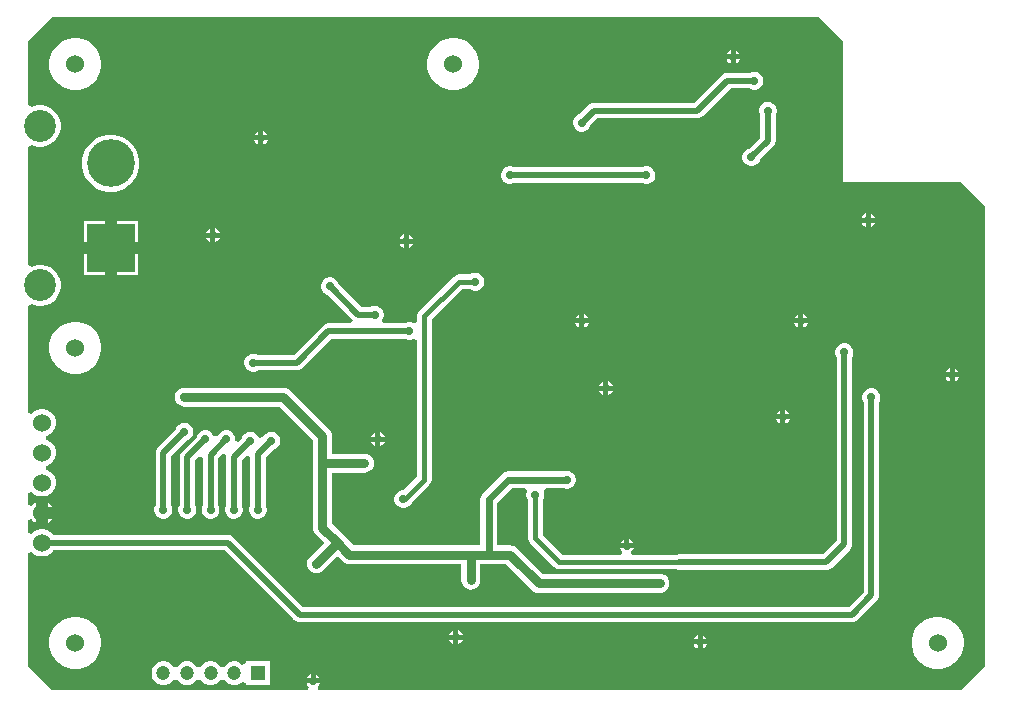
<source format=gbl>
G04*
G04 #@! TF.GenerationSoftware,Altium Limited,Altium Designer,25.8.1 (18)*
G04*
G04 Layer_Physical_Order=2*
G04 Layer_Color=16711680*
%FSLAX44Y44*%
%MOMM*%
G71*
G04*
G04 #@! TF.SameCoordinates,96B50244-D1D5-4C2D-93FB-96D2E815F5E8*
G04*
G04*
G04 #@! TF.FilePolarity,Positive*
G04*
G01*
G75*
%ADD53C,1.5240*%
%ADD54C,1.2000*%
%ADD55R,1.2000X1.2000*%
%ADD57C,0.5000*%
%ADD58C,0.8000*%
%ADD59C,0.6000*%
%ADD61C,0.4000*%
%ADD64C,2.7000*%
%ADD65C,4.0500*%
%ADD66R,4.0500X4.0500*%
%ADD67C,0.7000*%
G36*
X1180000Y1050000D02*
Y930000D01*
X1280000D01*
X1300000Y910000D01*
Y520000D01*
X1280000Y500000D01*
X735829D01*
X735097Y502373D01*
X735062Y503000D01*
X736640Y504579D01*
X737229Y506000D01*
X725811D01*
X726400Y504579D01*
X727978Y503000D01*
X727943Y502373D01*
X727211Y500000D01*
X510000D01*
X490000Y520000D01*
Y616016D01*
X490300Y616232D01*
X493000Y617057D01*
X494515Y615542D01*
X497165Y614012D01*
X500120Y613220D01*
X503180D01*
X506135Y614012D01*
X508785Y615542D01*
X510948Y617705D01*
X511283Y618284D01*
X656414D01*
X715454Y559244D01*
X716812Y558202D01*
X718393Y557547D01*
X720090Y557324D01*
X1187450D01*
X1189147Y557547D01*
X1190728Y558202D01*
X1192086Y559244D01*
X1208596Y575754D01*
X1209638Y577112D01*
X1210293Y578693D01*
X1210516Y580390D01*
Y744386D01*
X1210949Y745135D01*
X1211460Y747043D01*
Y749017D01*
X1210949Y750925D01*
X1209961Y752635D01*
X1208565Y754032D01*
X1206855Y755019D01*
X1204947Y755530D01*
X1202973D01*
X1201065Y755019D01*
X1199355Y754032D01*
X1197959Y752635D01*
X1196971Y750925D01*
X1196460Y749017D01*
Y747043D01*
X1196971Y745135D01*
X1197404Y744386D01*
Y583106D01*
X1184734Y570436D01*
X722806D01*
X663766Y629476D01*
X662408Y630518D01*
X660827Y631173D01*
X659130Y631396D01*
X511283D01*
X510948Y631975D01*
X508785Y634138D01*
X506135Y635668D01*
X503180Y636460D01*
X500120D01*
X497165Y635668D01*
X494515Y634138D01*
X493000Y632623D01*
X490300Y633448D01*
X490000Y633664D01*
Y644098D01*
X493000Y644902D01*
X493520Y644002D01*
X495412Y642110D01*
X496650Y641395D01*
Y650240D01*
Y659085D01*
X495412Y658370D01*
X493520Y656478D01*
X493000Y655578D01*
X490000Y656382D01*
Y666816D01*
X490300Y667032D01*
X493000Y667857D01*
X494515Y666342D01*
X497165Y664812D01*
X500120Y664020D01*
X503180D01*
X506135Y664812D01*
X508785Y666342D01*
X510948Y668505D01*
X512478Y671155D01*
X513270Y674110D01*
Y677170D01*
X512478Y680125D01*
X510948Y682775D01*
X508785Y684938D01*
X506135Y686468D01*
X504945Y686787D01*
Y689893D01*
X506135Y690212D01*
X508785Y691742D01*
X510948Y693905D01*
X512478Y696555D01*
X513270Y699510D01*
Y702570D01*
X512478Y705525D01*
X510948Y708175D01*
X508785Y710338D01*
X506135Y711868D01*
X504945Y712187D01*
Y715293D01*
X506135Y715612D01*
X508785Y717142D01*
X510948Y719305D01*
X512478Y721955D01*
X513270Y724910D01*
Y727970D01*
X512478Y730925D01*
X510948Y733575D01*
X508785Y735738D01*
X506135Y737268D01*
X503180Y738060D01*
X500120D01*
X497165Y737268D01*
X494515Y735738D01*
X493000Y734223D01*
X490300Y735048D01*
X490000Y735264D01*
Y825003D01*
X493000Y826637D01*
X494965Y825823D01*
X498346Y825150D01*
X501794D01*
X505175Y825823D01*
X508359Y827142D01*
X511226Y829057D01*
X513663Y831494D01*
X515578Y834361D01*
X516898Y837545D01*
X517570Y840926D01*
Y844374D01*
X516898Y847755D01*
X515578Y850939D01*
X513663Y853806D01*
X511226Y856243D01*
X508359Y858158D01*
X505175Y859477D01*
X501794Y860150D01*
X498346D01*
X494965Y859477D01*
X493000Y858663D01*
X490000Y860297D01*
Y960003D01*
X493000Y961637D01*
X494965Y960823D01*
X498346Y960150D01*
X501794D01*
X505175Y960823D01*
X508359Y962142D01*
X511226Y964057D01*
X513663Y966494D01*
X515578Y969361D01*
X516898Y972545D01*
X517570Y975926D01*
Y979374D01*
X516898Y982755D01*
X515578Y985939D01*
X513663Y988806D01*
X511226Y991243D01*
X508359Y993158D01*
X505175Y994477D01*
X501794Y995150D01*
X498346D01*
X494965Y994477D01*
X493000Y993663D01*
X490000Y995297D01*
Y1050000D01*
X510000Y1070000D01*
X1160000D01*
X1180000Y1050000D01*
D02*
G37*
%LPC*%
G36*
X1089120Y1042029D02*
Y1038320D01*
X1092829D01*
X1092241Y1039741D01*
X1090541Y1041441D01*
X1089120Y1042029D01*
D02*
G37*
G36*
X1085120D02*
X1083699Y1041441D01*
X1082000Y1039741D01*
X1081411Y1038320D01*
X1085120D01*
Y1042029D01*
D02*
G37*
G36*
X1092829Y1034320D02*
X1089120D01*
Y1030611D01*
X1090541Y1031199D01*
X1092241Y1032899D01*
X1092829Y1034320D01*
D02*
G37*
G36*
X1085120D02*
X1081411D01*
X1082000Y1032899D01*
X1083699Y1031199D01*
X1085120Y1030611D01*
Y1034320D01*
D02*
G37*
G36*
X1105887Y1023500D02*
X1103913D01*
X1102005Y1022989D01*
X1101255Y1022556D01*
X1082040D01*
X1080343Y1022333D01*
X1078762Y1021678D01*
X1077404Y1020636D01*
X1053924Y997156D01*
X969010D01*
X967313Y996933D01*
X965732Y996278D01*
X964374Y995236D01*
X956791Y987653D01*
X955955Y987429D01*
X954245Y986441D01*
X952849Y985045D01*
X951861Y983335D01*
X951350Y981427D01*
Y979453D01*
X951861Y977545D01*
X952849Y975835D01*
X954245Y974438D01*
X955955Y973451D01*
X957863Y972940D01*
X959837D01*
X961745Y973451D01*
X963455Y974438D01*
X964852Y975835D01*
X965839Y977545D01*
X966063Y978381D01*
X971726Y984044D01*
X1056640D01*
X1058337Y984267D01*
X1059918Y984922D01*
X1061276Y985964D01*
X1084756Y1009444D01*
X1101255D01*
X1102005Y1009011D01*
X1103913Y1008500D01*
X1105887D01*
X1107795Y1009011D01*
X1109505Y1009998D01*
X1110901Y1011395D01*
X1111889Y1013105D01*
X1112400Y1015013D01*
Y1016987D01*
X1111889Y1018895D01*
X1110901Y1020605D01*
X1109505Y1022001D01*
X1107795Y1022989D01*
X1105887Y1023500D01*
D02*
G37*
G36*
X852167Y1052000D02*
X847833D01*
X843583Y1051154D01*
X839579Y1049496D01*
X835976Y1047088D01*
X832912Y1044024D01*
X830504Y1040421D01*
X828846Y1036417D01*
X828000Y1032167D01*
Y1027833D01*
X828846Y1023583D01*
X830504Y1019579D01*
X832912Y1015976D01*
X835976Y1012912D01*
X839579Y1010504D01*
X843583Y1008846D01*
X847833Y1008000D01*
X852167D01*
X856417Y1008846D01*
X860421Y1010504D01*
X864024Y1012912D01*
X867088Y1015976D01*
X869496Y1019579D01*
X871154Y1023583D01*
X872000Y1027833D01*
Y1032167D01*
X871154Y1036417D01*
X869496Y1040421D01*
X867088Y1044024D01*
X864024Y1047088D01*
X860421Y1049496D01*
X856417Y1051154D01*
X852167Y1052000D01*
D02*
G37*
G36*
X532167D02*
X527833D01*
X523583Y1051154D01*
X519579Y1049496D01*
X515976Y1047088D01*
X512911Y1044024D01*
X510504Y1040421D01*
X508845Y1036417D01*
X508000Y1032167D01*
Y1027833D01*
X508845Y1023583D01*
X510504Y1019579D01*
X512911Y1015976D01*
X515976Y1012912D01*
X519579Y1010504D01*
X523583Y1008846D01*
X527833Y1008000D01*
X532167D01*
X536417Y1008846D01*
X540421Y1010504D01*
X544024Y1012912D01*
X547089Y1015976D01*
X549496Y1019579D01*
X551155Y1023583D01*
X552000Y1027833D01*
Y1032167D01*
X551155Y1036417D01*
X549496Y1040421D01*
X547089Y1044024D01*
X544024Y1047088D01*
X540421Y1049496D01*
X536417Y1051154D01*
X532167Y1052000D01*
D02*
G37*
G36*
X689070Y973449D02*
Y969740D01*
X692779D01*
X692190Y971161D01*
X690491Y972860D01*
X689070Y973449D01*
D02*
G37*
G36*
X685070D02*
X683649Y972860D01*
X681949Y971161D01*
X681361Y969740D01*
X685070D01*
Y973449D01*
D02*
G37*
G36*
X692779Y965740D02*
X689070D01*
Y962031D01*
X690491Y962619D01*
X692190Y964319D01*
X692779Y965740D01*
D02*
G37*
G36*
X685070D02*
X681361D01*
X681949Y964319D01*
X683649Y962619D01*
X685070Y962031D01*
Y965740D01*
D02*
G37*
G36*
X1117317Y998100D02*
X1115343D01*
X1113435Y997589D01*
X1111725Y996601D01*
X1110329Y995205D01*
X1109341Y993495D01*
X1108830Y991587D01*
Y989613D01*
X1109341Y987705D01*
X1109774Y986955D01*
Y967916D01*
X1100301Y958443D01*
X1099465Y958219D01*
X1097755Y957232D01*
X1096358Y955835D01*
X1095371Y954125D01*
X1094860Y952217D01*
Y950243D01*
X1095371Y948335D01*
X1096358Y946625D01*
X1097755Y945229D01*
X1099465Y944241D01*
X1101373Y943730D01*
X1103347D01*
X1105255Y944241D01*
X1106965Y945229D01*
X1108362Y946625D01*
X1109349Y948335D01*
X1109573Y949171D01*
X1120966Y960564D01*
X1122008Y961922D01*
X1122663Y963503D01*
X1122886Y965200D01*
Y986955D01*
X1123319Y987705D01*
X1123830Y989613D01*
Y991587D01*
X1123319Y993495D01*
X1122331Y995205D01*
X1120935Y996601D01*
X1119225Y997589D01*
X1117317Y998100D01*
D02*
G37*
G36*
X1014447Y943490D02*
X1012473D01*
X1010565Y942979D01*
X1009816Y942546D01*
X901535D01*
X900785Y942979D01*
X898877Y943490D01*
X896903D01*
X894995Y942979D01*
X893285Y941992D01*
X891889Y940595D01*
X890901Y938885D01*
X890390Y936977D01*
Y935003D01*
X890901Y933095D01*
X891889Y931385D01*
X893285Y929988D01*
X894995Y929001D01*
X896903Y928490D01*
X898877D01*
X900785Y929001D01*
X901535Y929434D01*
X1009816D01*
X1010565Y929001D01*
X1012473Y928490D01*
X1014447D01*
X1016355Y929001D01*
X1018065Y929988D01*
X1019462Y931385D01*
X1020449Y933095D01*
X1020960Y935003D01*
Y936977D01*
X1020449Y938885D01*
X1019462Y940595D01*
X1018065Y941992D01*
X1016355Y942979D01*
X1014447Y943490D01*
D02*
G37*
G36*
X562458Y970400D02*
X557682D01*
X552996Y969468D01*
X548583Y967640D01*
X544612Y964986D01*
X541234Y961609D01*
X538580Y957637D01*
X536752Y953223D01*
X535820Y948538D01*
Y943762D01*
X536752Y939077D01*
X538580Y934663D01*
X541234Y930692D01*
X544612Y927314D01*
X548583Y924660D01*
X552996Y922832D01*
X557682Y921900D01*
X562458D01*
X567144Y922832D01*
X571557Y924660D01*
X575528Y927314D01*
X578906Y930692D01*
X581560Y934663D01*
X583388Y939077D01*
X584320Y943762D01*
Y948538D01*
X583388Y953223D01*
X581560Y957637D01*
X578906Y961609D01*
X575528Y964986D01*
X571557Y967640D01*
X567144Y969468D01*
X562458Y970400D01*
D02*
G37*
G36*
X1203420Y903599D02*
Y899890D01*
X1207129D01*
X1206541Y901311D01*
X1204841Y903010D01*
X1203420Y903599D01*
D02*
G37*
G36*
X1199420D02*
X1197999Y903010D01*
X1196300Y901311D01*
X1195711Y899890D01*
X1199420D01*
Y903599D01*
D02*
G37*
G36*
X1207129Y895890D02*
X1203420D01*
Y892181D01*
X1204841Y892769D01*
X1206541Y894469D01*
X1207129Y895890D01*
D02*
G37*
G36*
X1199420D02*
X1195711D01*
X1196300Y894469D01*
X1197999Y892769D01*
X1199420Y892181D01*
Y895890D01*
D02*
G37*
G36*
X648430Y890899D02*
Y887190D01*
X652139D01*
X651551Y888611D01*
X649851Y890311D01*
X648430Y890899D01*
D02*
G37*
G36*
X644430D02*
X643009Y890311D01*
X641310Y888611D01*
X640721Y887190D01*
X644430D01*
Y890899D01*
D02*
G37*
G36*
X812260Y885819D02*
Y882110D01*
X815969D01*
X815380Y883531D01*
X813681Y885230D01*
X812260Y885819D01*
D02*
G37*
G36*
X808260D02*
X806839Y885230D01*
X805139Y883531D01*
X804551Y882110D01*
X808260D01*
Y885819D01*
D02*
G37*
G36*
X652139Y883190D02*
X648430D01*
Y879481D01*
X649851Y880070D01*
X651551Y881769D01*
X652139Y883190D01*
D02*
G37*
G36*
X644430D02*
X640721D01*
X641310Y881769D01*
X643009Y880070D01*
X644430Y879481D01*
Y883190D01*
D02*
G37*
G36*
X582860Y896940D02*
X565070D01*
Y879150D01*
X582860D01*
Y896940D01*
D02*
G37*
G36*
X555070D02*
X537280D01*
Y879150D01*
X555070D01*
Y896940D01*
D02*
G37*
G36*
X815969Y878110D02*
X812260D01*
Y874401D01*
X813681Y874989D01*
X815380Y876689D01*
X815969Y878110D01*
D02*
G37*
G36*
X808260D02*
X804551D01*
X805139Y876689D01*
X806839Y874989D01*
X808260Y874401D01*
Y878110D01*
D02*
G37*
G36*
X582860Y869150D02*
X565070D01*
Y851360D01*
X582860D01*
Y869150D01*
D02*
G37*
G36*
X555070D02*
X537280D01*
Y851360D01*
X555070D01*
Y869150D01*
D02*
G37*
G36*
X1146270Y818509D02*
Y814800D01*
X1149979D01*
X1149390Y816221D01*
X1147691Y817921D01*
X1146270Y818509D01*
D02*
G37*
G36*
X1142270D02*
X1140849Y817921D01*
X1139149Y816221D01*
X1138561Y814800D01*
X1142270D01*
Y818509D01*
D02*
G37*
G36*
X960850D02*
Y814800D01*
X964559D01*
X963970Y816221D01*
X962271Y817921D01*
X960850Y818509D01*
D02*
G37*
G36*
X956850D02*
X955429Y817921D01*
X953729Y816221D01*
X953141Y814800D01*
X956850D01*
Y818509D01*
D02*
G37*
G36*
X869667Y853320D02*
X867693D01*
X865785Y852809D01*
X864276Y851937D01*
X854710D01*
X852369Y851472D01*
X850384Y850146D01*
X821174Y820936D01*
X819848Y818951D01*
X819382Y816610D01*
Y812092D01*
X819063Y811740D01*
X816383Y810502D01*
X815695Y810899D01*
X813787Y811410D01*
X811813D01*
X809905Y810899D01*
X809156Y810466D01*
X791025D01*
X789919Y812634D01*
X789702Y813466D01*
X790579Y814985D01*
X791090Y816893D01*
Y818867D01*
X790579Y820775D01*
X789592Y822485D01*
X788195Y823882D01*
X786485Y824869D01*
X784577Y825380D01*
X782603D01*
X780695Y824869D01*
X779946Y824436D01*
X772336D01*
X752703Y844069D01*
X752479Y844905D01*
X751491Y846615D01*
X750095Y848011D01*
X748385Y848999D01*
X746477Y849510D01*
X744503D01*
X742595Y848999D01*
X740885Y848011D01*
X739489Y846615D01*
X738501Y844905D01*
X737990Y842997D01*
Y841023D01*
X738501Y839115D01*
X739489Y837405D01*
X740885Y836009D01*
X742595Y835021D01*
X743431Y834797D01*
X764762Y813466D01*
X764669Y812574D01*
X763677Y810466D01*
X744220D01*
X742523Y810243D01*
X740942Y809588D01*
X739584Y808546D01*
X714834Y783796D01*
X684364D01*
X683615Y784229D01*
X681707Y784740D01*
X679733D01*
X677825Y784229D01*
X676115Y783242D01*
X674718Y781845D01*
X673731Y780135D01*
X673220Y778227D01*
Y776253D01*
X673731Y774345D01*
X674718Y772635D01*
X676115Y771238D01*
X677825Y770251D01*
X679733Y769740D01*
X681707D01*
X683615Y770251D01*
X684364Y770684D01*
X717550D01*
X719247Y770907D01*
X720828Y771562D01*
X722186Y772604D01*
X746936Y797354D01*
X809156D01*
X809905Y796921D01*
X811813Y796410D01*
X813787D01*
X815695Y796921D01*
X816383Y797318D01*
X819063Y796080D01*
X819382Y795728D01*
Y680714D01*
X807839Y669170D01*
X806733D01*
X804825Y668659D01*
X803115Y667672D01*
X801719Y666275D01*
X800731Y664565D01*
X800220Y662657D01*
Y660683D01*
X800731Y658775D01*
X801719Y657065D01*
X803115Y655668D01*
X804825Y654681D01*
X806733Y654170D01*
X808707D01*
X810615Y654681D01*
X812325Y655668D01*
X813721Y657065D01*
X814657Y658686D01*
X829826Y673854D01*
X831152Y675839D01*
X831618Y678180D01*
Y814076D01*
X857244Y839703D01*
X864276D01*
X865785Y838831D01*
X867693Y838320D01*
X869667D01*
X871575Y838831D01*
X873285Y839818D01*
X874681Y841215D01*
X875669Y842925D01*
X876180Y844833D01*
Y846807D01*
X875669Y848715D01*
X874681Y850425D01*
X873285Y851822D01*
X871575Y852809D01*
X869667Y853320D01*
D02*
G37*
G36*
X1149979Y810800D02*
X1146270D01*
Y807091D01*
X1147691Y807680D01*
X1149390Y809379D01*
X1149979Y810800D01*
D02*
G37*
G36*
X1142270D02*
X1138561D01*
X1139149Y809379D01*
X1140849Y807680D01*
X1142270Y807091D01*
Y810800D01*
D02*
G37*
G36*
X964559D02*
X960850D01*
Y807091D01*
X962271Y807680D01*
X963970Y809379D01*
X964559Y810800D01*
D02*
G37*
G36*
X956850D02*
X953141D01*
X953729Y809379D01*
X955429Y807680D01*
X956850Y807091D01*
Y810800D01*
D02*
G37*
G36*
X1274540Y772789D02*
Y769080D01*
X1278249D01*
X1277661Y770501D01*
X1275961Y772200D01*
X1274540Y772789D01*
D02*
G37*
G36*
X1270540D02*
X1269119Y772200D01*
X1267420Y770501D01*
X1266831Y769080D01*
X1270540D01*
Y772789D01*
D02*
G37*
G36*
X532167Y812000D02*
X527833D01*
X523583Y811154D01*
X519579Y809496D01*
X515976Y807088D01*
X512911Y804024D01*
X510504Y800421D01*
X508845Y796417D01*
X508000Y792167D01*
Y787833D01*
X508845Y783583D01*
X510504Y779579D01*
X512911Y775976D01*
X515976Y772912D01*
X519579Y770504D01*
X523583Y768846D01*
X527833Y768000D01*
X532167D01*
X536417Y768846D01*
X540421Y770504D01*
X544024Y772912D01*
X547089Y775976D01*
X549496Y779579D01*
X551155Y783583D01*
X552000Y787833D01*
Y792167D01*
X551155Y796417D01*
X549496Y800421D01*
X547089Y804024D01*
X544024Y807088D01*
X540421Y809496D01*
X536417Y811154D01*
X532167Y812000D01*
D02*
G37*
G36*
X1278249Y765080D02*
X1274540D01*
Y761371D01*
X1275961Y761960D01*
X1277661Y763659D01*
X1278249Y765080D01*
D02*
G37*
G36*
X1270540D02*
X1266831D01*
X1267420Y763659D01*
X1269119Y761960D01*
X1270540Y761371D01*
Y765080D01*
D02*
G37*
G36*
X981170Y761359D02*
Y757650D01*
X984879D01*
X984290Y759071D01*
X982591Y760770D01*
X981170Y761359D01*
D02*
G37*
G36*
X977170D02*
X975749Y760770D01*
X974050Y759071D01*
X973461Y757650D01*
X977170D01*
Y761359D01*
D02*
G37*
G36*
X984879Y753650D02*
X981170D01*
Y749941D01*
X982591Y750529D01*
X984290Y752229D01*
X984879Y753650D01*
D02*
G37*
G36*
X977170D02*
X973461D01*
X974050Y752229D01*
X975749Y750529D01*
X977170Y749941D01*
Y753650D01*
D02*
G37*
G36*
X1131030Y737229D02*
Y733520D01*
X1134739D01*
X1134150Y734941D01*
X1132451Y736640D01*
X1131030Y737229D01*
D02*
G37*
G36*
X1127030D02*
X1125609Y736640D01*
X1123910Y734941D01*
X1123321Y733520D01*
X1127030D01*
Y737229D01*
D02*
G37*
G36*
X1134739Y729520D02*
X1131030D01*
Y725811D01*
X1132451Y726400D01*
X1134150Y728099D01*
X1134739Y729520D01*
D02*
G37*
G36*
X1127030D02*
X1123321D01*
X1123910Y728099D01*
X1125609Y726400D01*
X1127030Y725811D01*
Y729520D01*
D02*
G37*
G36*
X658847Y719970D02*
X656873D01*
X654965Y719459D01*
X653255Y718472D01*
X651859Y717075D01*
X650871Y715365D01*
X647783Y715048D01*
X647105Y715229D01*
X647069Y715365D01*
X646081Y717075D01*
X644685Y718472D01*
X642975Y719459D01*
X641067Y719970D01*
X639093D01*
X637185Y719459D01*
X635475Y718472D01*
X634078Y717075D01*
X633091Y715365D01*
X632867Y714529D01*
X620204Y701866D01*
X619162Y700508D01*
X618507Y698927D01*
X618284Y697230D01*
Y656424D01*
X617851Y655675D01*
X617340Y653767D01*
Y651793D01*
X617851Y649885D01*
X618839Y648175D01*
X620235Y646778D01*
X621945Y645791D01*
X623853Y645280D01*
X625827D01*
X627735Y645791D01*
X629445Y646778D01*
X630841Y648175D01*
X631829Y649885D01*
X632340Y651793D01*
Y653767D01*
X631829Y655675D01*
X631396Y656424D01*
Y694514D01*
X634974Y698092D01*
X637974Y696850D01*
Y656424D01*
X637541Y655675D01*
X637030Y653767D01*
Y651793D01*
X637541Y649885D01*
X638529Y648175D01*
X639925Y646778D01*
X641635Y645791D01*
X643543Y645280D01*
X645517D01*
X647425Y645791D01*
X649135Y646778D01*
X650531Y648175D01*
X651519Y649885D01*
X652030Y651793D01*
Y653767D01*
X651519Y655675D01*
X651086Y656424D01*
Y696424D01*
X655367Y700705D01*
X657910Y699006D01*
X657877Y698927D01*
X657654Y697230D01*
Y656424D01*
X657221Y655675D01*
X656710Y653767D01*
Y651793D01*
X657221Y649885D01*
X658208Y648175D01*
X659605Y646778D01*
X661315Y645791D01*
X663223Y645280D01*
X665197D01*
X667105Y645791D01*
X668815Y646778D01*
X670211Y648175D01*
X671199Y649885D01*
X671710Y651793D01*
Y653767D01*
X671199Y655675D01*
X670766Y656424D01*
Y694514D01*
X674974Y698722D01*
X677974Y697480D01*
Y656424D01*
X677541Y655675D01*
X677030Y653767D01*
Y651793D01*
X677541Y649885D01*
X678529Y648175D01*
X679925Y646778D01*
X681635Y645791D01*
X683543Y645280D01*
X685517D01*
X687425Y645791D01*
X689135Y646778D01*
X690531Y648175D01*
X691519Y649885D01*
X692030Y651793D01*
Y653767D01*
X691519Y655675D01*
X691086Y656424D01*
Y697054D01*
X698019Y703987D01*
X698855Y704211D01*
X700565Y705199D01*
X701962Y706595D01*
X702949Y708305D01*
X703460Y710213D01*
Y712187D01*
X702949Y714095D01*
X701962Y715805D01*
X700565Y717202D01*
X698855Y718189D01*
X696947Y718700D01*
X694973D01*
X693065Y718189D01*
X691355Y717202D01*
X689958Y715805D01*
X688971Y714095D01*
X685883Y713778D01*
X685205Y713960D01*
X685169Y714095D01*
X684182Y715805D01*
X682785Y717202D01*
X681075Y718189D01*
X679167Y718700D01*
X677193D01*
X675285Y718189D01*
X673575Y717202D01*
X672178Y715805D01*
X671191Y714095D01*
X670967Y713259D01*
X668200Y710492D01*
X666364Y711132D01*
X665360Y711894D01*
Y713457D01*
X664849Y715365D01*
X663861Y717075D01*
X662465Y718472D01*
X660755Y719459D01*
X658847Y719970D01*
D02*
G37*
G36*
X788130Y718179D02*
Y714470D01*
X791839D01*
X791251Y715891D01*
X789551Y717590D01*
X788130Y718179D01*
D02*
G37*
G36*
X784130D02*
X782709Y717590D01*
X781010Y715891D01*
X780421Y714470D01*
X784130D01*
Y718179D01*
D02*
G37*
G36*
X791839Y710470D02*
X788130D01*
Y706761D01*
X789551Y707349D01*
X791251Y709049D01*
X791839Y710470D01*
D02*
G37*
G36*
X784130D02*
X780421D01*
X781010Y709049D01*
X782709Y707349D01*
X784130Y706761D01*
Y710470D01*
D02*
G37*
G36*
X1182087Y793630D02*
X1180113D01*
X1178205Y793119D01*
X1176495Y792132D01*
X1175098Y790735D01*
X1174111Y789025D01*
X1173600Y787117D01*
Y785143D01*
X1174111Y783235D01*
X1174544Y782486D01*
Y626286D01*
X1163144Y614886D01*
X1041400D01*
X1039703Y614663D01*
X1039184Y614448D01*
X1001559D01*
X1000797Y616201D01*
X1000639Y617448D01*
X1002070Y618879D01*
X1002659Y620300D01*
X991241D01*
X991830Y618879D01*
X993261Y617448D01*
X993103Y616201D01*
X992341Y614448D01*
X942334D01*
X925598Y631184D01*
Y661076D01*
X926469Y662585D01*
X926980Y664493D01*
Y666467D01*
X926537Y668120D01*
X926582Y668540D01*
X928348Y671120D01*
X943522D01*
X945163Y670680D01*
X947137D01*
X949045Y671191D01*
X950755Y672178D01*
X952151Y673575D01*
X953139Y675285D01*
X953650Y677193D01*
Y679167D01*
X953139Y681075D01*
X952151Y682785D01*
X950755Y684182D01*
X949045Y685169D01*
X947137Y685680D01*
X945163D01*
X943522Y685240D01*
X896620D01*
X894793Y685000D01*
X893090Y684295D01*
X891628Y683172D01*
X875118Y666662D01*
X873996Y665200D01*
X873290Y663497D01*
X873050Y661670D01*
Y622749D01*
X765342D01*
X756276Y631816D01*
X747209Y640882D01*
Y684081D01*
X774700D01*
X776788Y684356D01*
X778735Y685162D01*
X780406Y686444D01*
X781688Y688115D01*
X782494Y690062D01*
X782769Y692150D01*
X782494Y694238D01*
X781688Y696184D01*
X780406Y697856D01*
X778735Y699138D01*
X776788Y699944D01*
X774700Y700219D01*
X747209D01*
Y715010D01*
X746934Y717098D01*
X746128Y719044D01*
X744846Y720716D01*
X711826Y753736D01*
X710154Y755018D01*
X708208Y755824D01*
X706120Y756099D01*
X622300D01*
X620212Y755824D01*
X618265Y755018D01*
X616594Y753736D01*
X615312Y752065D01*
X614506Y750118D01*
X614231Y748030D01*
X614506Y745942D01*
X615312Y743996D01*
X616594Y742324D01*
X618265Y741042D01*
X620212Y740236D01*
X622300Y739961D01*
X702778D01*
X731071Y711668D01*
Y692150D01*
Y637540D01*
X731346Y635452D01*
X732152Y633506D01*
X733434Y631834D01*
X740429Y624840D01*
X728354Y612766D01*
X727072Y611095D01*
X726266Y609148D01*
X725991Y607060D01*
X726266Y604972D01*
X727072Y603026D01*
X728354Y601354D01*
X730025Y600072D01*
X731972Y599266D01*
X734060Y598991D01*
X736148Y599266D01*
X738094Y600072D01*
X739766Y601354D01*
X751840Y613429D01*
X756294Y608974D01*
X757965Y607692D01*
X759912Y606886D01*
X762000Y606611D01*
X856801D01*
Y593090D01*
X857076Y591002D01*
X857882Y589055D01*
X859164Y587384D01*
X860835Y586102D01*
X862782Y585296D01*
X864870Y585021D01*
X866958Y585296D01*
X868904Y586102D01*
X870576Y587384D01*
X871858Y589055D01*
X872664Y591002D01*
X872939Y593090D01*
Y606611D01*
X894548D01*
X916474Y584684D01*
X918146Y583402D01*
X920092Y582596D01*
X922180Y582321D01*
X1024730D01*
X1026818Y582596D01*
X1028764Y583402D01*
X1030436Y584684D01*
X1030596Y584844D01*
X1031878Y586516D01*
X1032684Y588462D01*
X1032959Y590550D01*
X1032684Y592638D01*
X1031878Y594585D01*
X1030596Y596256D01*
X1028924Y597538D01*
X1026978Y598344D01*
X1024890Y598619D01*
X1023675Y598459D01*
X925522D01*
X903596Y620386D01*
X901925Y621668D01*
X899978Y622474D01*
X897890Y622749D01*
X887170D01*
Y658745D01*
X899545Y671120D01*
X910612D01*
X912378Y668540D01*
X912423Y668120D01*
X911980Y666467D01*
Y664493D01*
X912491Y662585D01*
X913363Y661076D01*
Y628650D01*
X913828Y626309D01*
X915154Y624324D01*
X935474Y604004D01*
X937459Y602678D01*
X939800Y602212D01*
X1039184D01*
X1039703Y601997D01*
X1041400Y601774D01*
X1165860D01*
X1167557Y601997D01*
X1169138Y602652D01*
X1170496Y603694D01*
X1185736Y618934D01*
X1186778Y620292D01*
X1187433Y621873D01*
X1187656Y623570D01*
Y782486D01*
X1188089Y783235D01*
X1188600Y785143D01*
Y787117D01*
X1188089Y789025D01*
X1187102Y790735D01*
X1185705Y792132D01*
X1183995Y793119D01*
X1182087Y793630D01*
D02*
G37*
G36*
X506650Y659085D02*
Y655240D01*
X510495D01*
X509780Y656478D01*
X507888Y658370D01*
X506650Y659085D01*
D02*
G37*
G36*
X623287Y726320D02*
X621313D01*
X619405Y725809D01*
X617695Y724821D01*
X616298Y723425D01*
X615311Y721715D01*
X615087Y720879D01*
X599884Y705676D01*
X598842Y704318D01*
X598187Y702737D01*
X597964Y701040D01*
Y656424D01*
X597531Y655675D01*
X597020Y653767D01*
Y651793D01*
X597531Y649885D01*
X598518Y648175D01*
X599915Y646778D01*
X601625Y645791D01*
X603533Y645280D01*
X605507D01*
X607415Y645791D01*
X609125Y646778D01*
X610522Y648175D01*
X611509Y649885D01*
X612020Y651793D01*
Y653767D01*
X611509Y655675D01*
X611076Y656424D01*
Y698324D01*
X624359Y711607D01*
X625195Y711831D01*
X626905Y712819D01*
X628302Y714215D01*
X629289Y715925D01*
X629800Y717833D01*
Y719807D01*
X629289Y721715D01*
X628302Y723425D01*
X626905Y724821D01*
X625195Y725809D01*
X623287Y726320D01*
D02*
G37*
G36*
X510495Y645240D02*
X506650D01*
Y641395D01*
X507888Y642110D01*
X509780Y644002D01*
X510495Y645240D01*
D02*
G37*
G36*
X998950Y628009D02*
Y624300D01*
X1002659D01*
X1002070Y625721D01*
X1000371Y627421D01*
X998950Y628009D01*
D02*
G37*
G36*
X994950D02*
X993529Y627421D01*
X991830Y625721D01*
X991241Y624300D01*
X994950D01*
Y628009D01*
D02*
G37*
G36*
X854170Y550539D02*
Y546830D01*
X857879D01*
X857290Y548251D01*
X855591Y549950D01*
X854170Y550539D01*
D02*
G37*
G36*
X850170D02*
X848749Y549950D01*
X847049Y548251D01*
X846461Y546830D01*
X850170D01*
Y550539D01*
D02*
G37*
G36*
X1061180Y546729D02*
Y543020D01*
X1064889D01*
X1064301Y544441D01*
X1062601Y546141D01*
X1061180Y546729D01*
D02*
G37*
G36*
X1057180D02*
X1055759Y546141D01*
X1054060Y544441D01*
X1053471Y543020D01*
X1057180D01*
Y546729D01*
D02*
G37*
G36*
X857879Y542830D02*
X854170D01*
Y539121D01*
X855591Y539710D01*
X857290Y541409D01*
X857879Y542830D01*
D02*
G37*
G36*
X850170D02*
X846461D01*
X847049Y541409D01*
X848749Y539710D01*
X850170Y539121D01*
Y542830D01*
D02*
G37*
G36*
X1064889Y539020D02*
X1061180D01*
Y535311D01*
X1062601Y535900D01*
X1064301Y537599D01*
X1064889Y539020D01*
D02*
G37*
G36*
X1057180D02*
X1053471D01*
X1054060Y537599D01*
X1055759Y535900D01*
X1057180Y535311D01*
Y539020D01*
D02*
G37*
G36*
X694530Y524350D02*
X674530D01*
Y522735D01*
X671530Y521492D01*
X670670Y522352D01*
X668390Y523669D01*
X665846Y524350D01*
X663214D01*
X660670Y523669D01*
X658390Y522352D01*
X656528Y520490D01*
X656262Y520029D01*
X652798D01*
X652532Y520490D01*
X650670Y522352D01*
X648390Y523669D01*
X645846Y524350D01*
X643214D01*
X640670Y523669D01*
X638390Y522352D01*
X636528Y520490D01*
X636262Y520029D01*
X632798D01*
X632532Y520490D01*
X630670Y522352D01*
X628390Y523669D01*
X625846Y524350D01*
X623214D01*
X620670Y523669D01*
X618390Y522352D01*
X616528Y520490D01*
X616262Y520029D01*
X612798D01*
X612532Y520490D01*
X610670Y522352D01*
X608390Y523669D01*
X605846Y524350D01*
X603214D01*
X600670Y523669D01*
X598390Y522352D01*
X596528Y520490D01*
X595211Y518210D01*
X594530Y515667D01*
Y513033D01*
X595211Y510490D01*
X596528Y508210D01*
X598390Y506348D01*
X600670Y505032D01*
X603214Y504350D01*
X605846D01*
X608390Y505032D01*
X610670Y506348D01*
X612532Y508210D01*
X612798Y508671D01*
X616262D01*
X616528Y508210D01*
X618390Y506348D01*
X620670Y505032D01*
X623214Y504350D01*
X625846D01*
X628390Y505032D01*
X630670Y506348D01*
X632532Y508210D01*
X632798Y508671D01*
X636262D01*
X636528Y508210D01*
X638390Y506348D01*
X640670Y505032D01*
X643214Y504350D01*
X645846D01*
X648390Y505032D01*
X650670Y506348D01*
X652532Y508210D01*
X652798Y508671D01*
X656262D01*
X656528Y508210D01*
X658390Y506348D01*
X660670Y505032D01*
X663214Y504350D01*
X665846D01*
X668390Y505032D01*
X670670Y506348D01*
X671530Y507208D01*
X674530Y505965D01*
Y504350D01*
X694530D01*
Y524350D01*
D02*
G37*
G36*
X1262167Y562000D02*
X1257833D01*
X1253583Y561155D01*
X1249579Y559496D01*
X1245976Y557089D01*
X1242912Y554024D01*
X1240504Y550421D01*
X1238846Y546417D01*
X1238000Y542167D01*
Y537833D01*
X1238846Y533583D01*
X1240504Y529579D01*
X1242912Y525976D01*
X1245976Y522911D01*
X1249579Y520504D01*
X1253583Y518845D01*
X1257833Y518000D01*
X1262167D01*
X1266417Y518845D01*
X1270421Y520504D01*
X1274024Y522911D01*
X1277088Y525976D01*
X1279496Y529579D01*
X1281154Y533583D01*
X1282000Y537833D01*
Y542167D01*
X1281154Y546417D01*
X1279496Y550421D01*
X1277088Y554024D01*
X1274024Y557089D01*
X1270421Y559496D01*
X1266417Y561155D01*
X1262167Y562000D01*
D02*
G37*
G36*
X532167D02*
X527833D01*
X523583Y561155D01*
X519579Y559496D01*
X515976Y557089D01*
X512911Y554024D01*
X510504Y550421D01*
X508845Y546417D01*
X508000Y542167D01*
Y537833D01*
X508845Y533583D01*
X510504Y529579D01*
X512911Y525976D01*
X515976Y522911D01*
X519579Y520504D01*
X523583Y518845D01*
X527833Y518000D01*
X532167D01*
X536417Y518845D01*
X540421Y520504D01*
X544024Y522911D01*
X547089Y525976D01*
X549496Y529579D01*
X551155Y533583D01*
X552000Y537833D01*
Y542167D01*
X551155Y546417D01*
X549496Y550421D01*
X547089Y554024D01*
X544024Y557089D01*
X540421Y559496D01*
X536417Y561155D01*
X532167Y562000D01*
D02*
G37*
G36*
X733520Y513709D02*
Y510000D01*
X737229D01*
X736640Y511421D01*
X734941Y513120D01*
X733520Y513709D01*
D02*
G37*
G36*
X729520D02*
X728099Y513120D01*
X726400Y511421D01*
X725811Y510000D01*
X729520D01*
Y513709D01*
D02*
G37*
%LPD*%
D53*
X501650Y650240D02*
D03*
Y726440D02*
D03*
X530000Y1030000D02*
D03*
X850000D02*
D03*
X1260000Y540000D02*
D03*
X530000Y790000D02*
D03*
Y540000D02*
D03*
X501650Y624840D02*
D03*
Y675640D02*
D03*
Y701040D02*
D03*
D54*
X604530Y514350D02*
D03*
X624530D02*
D03*
X644530D02*
D03*
X664530D02*
D03*
D55*
X684530D02*
D03*
D57*
X624840Y697230D02*
X640080Y712470D01*
X644530Y653410D02*
Y699140D01*
X657860Y712470D01*
X664210Y697230D02*
X678180Y711200D01*
X664210Y655320D02*
Y697230D01*
X684530Y699770D02*
X695960Y711200D01*
X684530Y652780D02*
Y699770D01*
X1181100Y623570D02*
Y786130D01*
X1165860Y608330D02*
X1181100Y623570D01*
X1041400Y608330D02*
X1165860D01*
X1203960Y580390D02*
Y748030D01*
X1187450Y563880D02*
X1203960Y580390D01*
X720090Y563880D02*
X1187450D01*
X659130Y624840D02*
X720090Y563880D01*
X717550Y777240D02*
X744220Y803910D01*
X680720Y777240D02*
X717550D01*
X744220Y803910D02*
X812800D01*
X969010Y990600D02*
X1056640D01*
X958850Y980440D02*
X969010Y990600D01*
X1056640D02*
X1082040Y1016000D01*
X745490Y842010D02*
X769620Y817880D01*
X783590D01*
X1116330Y965200D02*
Y990600D01*
X1102360Y951230D02*
X1116330Y965200D01*
X897890Y935990D02*
X1013460D01*
X1082040Y1016000D02*
X1104900D01*
X501650Y624840D02*
X659130D01*
X624840Y652780D02*
Y697230D01*
X604520Y652780D02*
Y701040D01*
X622300Y718820D01*
D58*
X1024730Y590390D02*
X1024890Y590550D01*
X922180Y590390D02*
X1024730D01*
X897890Y614680D02*
X922180Y590390D01*
X622300Y748030D02*
X706120D01*
X739140Y715010D01*
X864870Y614680D02*
X880110D01*
X762000D02*
X864870D01*
Y593090D02*
Y614680D01*
X880110D02*
X897890D01*
X750570Y626110D02*
X762000Y614680D01*
X739140Y637540D02*
Y692150D01*
X774700D01*
X739140D02*
Y715010D01*
X750570Y623570D02*
Y626110D01*
X734060Y607060D02*
X750570Y623570D01*
X739140Y637540D02*
X750570Y626110D01*
D59*
X896620Y678180D02*
X946150D01*
X880110Y661670D02*
X896620Y678180D01*
X880110Y614680D02*
Y661670D01*
D61*
X939800Y608330D02*
X1041400D01*
X919480Y628650D02*
Y665480D01*
Y628650D02*
X939800Y608330D01*
X825500Y678180D02*
Y816610D01*
X808990Y661670D02*
X825500Y678180D01*
Y816610D02*
X854710Y845820D01*
X807720Y661670D02*
X808990D01*
X854710Y845820D02*
X868680D01*
D64*
X500070Y977650D02*
D03*
Y842650D02*
D03*
D65*
X560070Y946150D02*
D03*
D66*
Y874150D02*
D03*
D67*
X1024890Y590550D02*
D03*
X852170Y544830D02*
D03*
X786130Y712470D02*
D03*
X646430Y885190D02*
D03*
X687070Y967740D02*
D03*
X979170Y755650D02*
D03*
X1272540Y767080D02*
D03*
X958850Y812800D02*
D03*
X1087120Y1036320D02*
D03*
X1201420Y897890D02*
D03*
X731520Y508000D02*
D03*
X810260Y880110D02*
D03*
X1144270Y812800D02*
D03*
X1059180Y541020D02*
D03*
X996950Y622300D02*
D03*
X1129030Y731520D02*
D03*
X622300Y748030D02*
D03*
X640080Y712470D02*
D03*
X657860D02*
D03*
X678180Y711200D02*
D03*
X695960D02*
D03*
X864870Y593090D02*
D03*
X1181100Y786130D02*
D03*
X1203960Y748030D02*
D03*
X680720Y777240D02*
D03*
X812800Y803910D02*
D03*
X919480Y665480D02*
D03*
X783590Y817880D02*
D03*
X1102360Y951230D02*
D03*
X1116330Y990600D02*
D03*
X1013460Y935990D02*
D03*
X897890D02*
D03*
X946150Y678180D02*
D03*
X774700Y692150D02*
D03*
X734060Y607060D02*
D03*
X1104900Y1016000D02*
D03*
X958850Y980440D02*
D03*
X807720Y661670D02*
D03*
X868680Y845820D02*
D03*
X664210Y652780D02*
D03*
X644530D02*
D03*
X624840D02*
D03*
X684530D02*
D03*
X622300Y718820D02*
D03*
X604520Y652780D02*
D03*
X745490Y842010D02*
D03*
M02*

</source>
